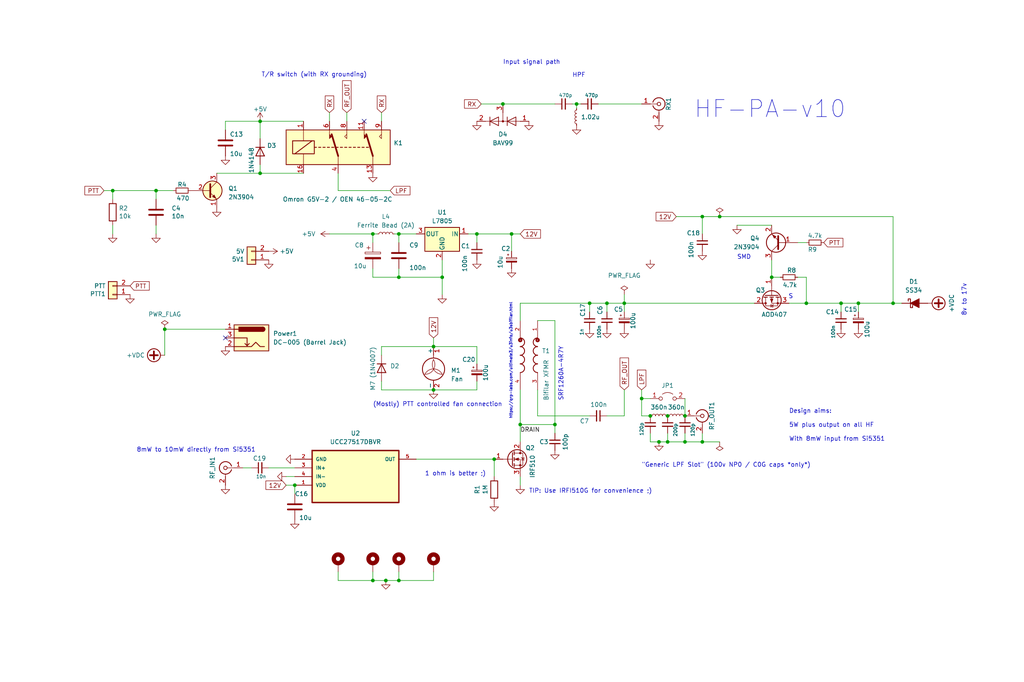
<source format=kicad_sch>
(kicad_sch (version 20230121) (generator eeschema)
  (paper "User" 299.999 200)
  (title_block (title "Easy-PA-With-TR-Switch") (date "2023-09-22") (rev "Revision 4") (company "Author: Dhiru Kholia (VU3CER)") (comment 1 "Designed for https://github.com/kholia/Easy-Digital-Beacons-v1 project") (comment 2 "Motivation: We need usable power on the 10m band!") (comment 3 "Based on designs from Henning Paul"))
  (lib_symbols
    (symbol "+VDC_1" (power) (pin_names (offset 0))
      (property "Value" "+VDC_1" (at 0 6.35 0))
      (symbol "+VDC_1_1_1"
        (pin power_in line (at 0 0 90) (length 0) hide (name "+VDC") (number "1"))
      )
    )
    (symbol "Connector:Barrel_Jack_Switch" (pin_names hide)
      (property "Reference" "J" (at 0 5.334 0))
      (property "Value" "Barrel_Jack_Switch" (at 0 -5.08 0))
      (symbol "Barrel_Jack_Switch_1_1"
        (pin passive line (at 7.62 2.54 180) (length 2.54) (name "~") (number "1"))
        (pin passive line (at 7.62 -2.54 180) (length 2.54) (name "~") (number "2"))
        (pin passive line (at 7.62 0 180) (length 2.54) (name "~") (number "3"))
      )
    )
    (symbol "Connector:Conn_Coaxial" (pin_names (offset 1.016) hide)
      (property "Reference" "J" (at 0.254 3.048 0))
      (property "Value" "Conn_Coaxial" (at 2.921 0 90))
      (symbol "Conn_Coaxial_1_1"
        (pin passive line (at -5.08 0 0) (length 2.54) (name "In") (number "1"))
        (pin passive line (at 0 -5.08 90) (length 2.54) (name "Ext") (number "2"))
      )
    )
    (symbol "Connector_Generic:Conn_01x02" (pin_names (offset 1.016) hide)
      (property "Reference" "J" (at 0 2.54 0))
      (property "Value" "Conn_01x02" (at 0 -5.08 0))
      (symbol "Conn_01x02_1_1"
        (pin passive line (at -5.08 0 0) (length 3.81) (name "Pin_1") (number "1"))
        (pin passive line (at -5.08 -2.54 0) (length 3.81) (name "Pin_2") (number "2"))
      )
    )
    (symbol "Device:C" (pin_numbers hide) (pin_names (offset 0.254))
      (property "Reference" "C" (at 0.635 2.54 0))
      (property "Value" "C" (at 0.635 -2.54 0))
      (symbol "C_1_1"
        (pin passive line (at 0 3.81 270) (length 2.794) (name "~") (number "1"))
        (pin passive line (at 0 -3.81 90) (length 2.794) (name "~") (number "2"))
      )
    )
    (symbol "Device:C_Polarized" (pin_numbers hide) (pin_names (offset 0.254))
      (property "Reference" "C" (at 0.635 2.54 0))
      (property "Value" "C_Polarized" (at 0.635 -2.54 0))
      (symbol "C_Polarized_1_1"
        (pin passive line (at 0 3.81 270) (length 2.794) (name "~") (number "1"))
        (pin passive line (at 0 -3.81 90) (length 2.794) (name "~") (number "2"))
      )
    )
    (symbol "Device:C_Polarized_Small" (pin_numbers hide) (pin_names (offset 0.254) hide)
      (property "Reference" "C" (at 0.254 1.778 0))
      (property "Value" "C_Polarized_Small" (at 0.254 -2.032 0))
      (symbol "C_Polarized_Small_1_1"
        (pin passive line (at 0 2.54 270) (length 1.8542) (name "~") (number "1"))
        (pin passive line (at 0 -2.54 90) (length 1.8542) (name "~") (number "2"))
      )
    )
    (symbol "Device:C_Small" (pin_numbers hide) (pin_names (offset 0.254) hide)
      (property "Reference" "C" (at 0.254 1.778 0))
      (property "Value" "C_Small" (at 0.254 -2.032 0))
      (symbol "C_Small_1_1"
        (pin passive line (at 0 2.54 270) (length 2.032) (name "~") (number "1"))
        (pin passive line (at 0 -2.54 90) (length 2.032) (name "~") (number "2"))
      )
    )
    (symbol "Device:L_Small" (pin_numbers hide) (pin_names (offset 0.254) hide)
      (property "Reference" "L" (at 0.762 1.016 0))
      (property "Value" "L_Small" (at 0.762 -1.016 0))
      (symbol "L_Small_1_1"
        (pin passive line (at 0 2.54 270) (length 0.508) (name "~") (number "1"))
        (pin passive line (at 0 -2.54 90) (length 0.508) (name "~") (number "2"))
      )
    )
    (symbol "Device:R" (pin_numbers hide) (pin_names (offset 0))
      (property "Reference" "R" (at 2.032 0 90))
      (property "Value" "R" (at 0 0 90))
      (symbol "R_1_1"
        (pin passive line (at 0 3.81 270) (length 1.27) (name "~") (number "1"))
        (pin passive line (at 0 -3.81 90) (length 1.27) (name "~") (number "2"))
      )
    )
    (symbol "Device:R_Small" (pin_numbers hide) (pin_names (offset 0.254) hide)
      (property "Reference" "R" (at 0.762 0.508 0))
      (property "Value" "R_Small" (at 0.762 -1.016 0))
      (symbol "R_Small_1_1"
        (pin passive line (at 0 2.54 270) (length 0.762) (name "~") (number "1"))
        (pin passive line (at 0 -2.54 90) (length 0.762) (name "~") (number "2"))
      )
    )
    (symbol "Diode:1N4007" (pin_numbers hide) (pin_names hide)
      (property "Reference" "D" (at 0 2.54 0))
      (property "Value" "1N4007" (at 0 -2.54 0))
      (symbol "1N4007_1_1"
        (pin passive line (at -3.81 0 0) (length 2.54) (name "K") (number "1"))
        (pin passive line (at 3.81 0 180) (length 2.54) (name "A") (number "2"))
      )
    )
    (symbol "Diode:1N4148" (pin_numbers hide) (pin_names hide)
      (property "Reference" "D" (at 0 2.54 0))
      (property "Value" "1N4148" (at 0 -2.54 0))
      (property "Sim.Device" "D" (at 0 0 0))
      (property "Sim.Pins" "1=K 2=A" (at 0 0 0))
      (symbol "1N4148_1_1"
        (pin passive line (at -3.81 0 0) (length 2.54) (name "K") (number "1"))
        (pin passive line (at 3.81 0 180) (length 2.54) (name "A") (number "2"))
      )
    )
    (symbol "Diode:BAV99" (pin_names hide)
      (property "Reference" "D" (at 0 5.08 0))
      (property "Value" "BAV99" (at 0 2.54 0))
      (symbol "BAV99_1_1"
        (pin passive line (at -7.62 0 0) (length 2.54) (name "K") (number "1"))
        (pin passive line (at 7.62 0 180) (length 2.54) (name "A") (number "2"))
        (pin passive line (at 0 -5.08 90) (length 2.54) (name "K") (number "3"))
      )
    )
    (symbol "Jumper:Jumper_2_Open" (pin_names (offset 0) hide)
      (property "Reference" "JP" (at 0 2.794 0))
      (property "Value" "Jumper_2_Open" (at 0 -2.286 0))
      (symbol "Jumper_2_Open_1_1"
        (pin passive line (at -5.08 0 0) (length 2.54) (name "A") (number "1"))
        (pin passive line (at 5.08 0 180) (length 2.54) (name "B") (number "2"))
      )
    )
    (symbol "Mechanical:MountingHole_Pad" (pin_numbers hide) (pin_names (offset 1.016) hide)
      (property "Reference" "H" (at 0 6.35 0))
      (property "Value" "MountingHole_Pad" (at 0 4.445 0))
      (symbol "MountingHole_Pad_1_1"
        (pin input line (at 0 -2.54 90) (length 2.54) (name "1") (number "1"))
      )
    )
    (symbol "Motor:Fan" (pin_names (offset 0))
      (property "Reference" "M" (at 2.54 5.08 0))
      (property "Value" "Fan" (at 2.54 -2.54 0))
      (symbol "Fan_1_1"
        (pin passive line (at 0 7.62 270) (length 2.54) (name "+") (number "1"))
        (pin passive line (at 0 -5.08 90) (length 2.54) (name "-") (number "2"))
      )
    )
    (symbol "PCM_Diode_Schottky_AKL:SS34" (pin_numbers hide) (pin_names (offset 1.016) hide)
      (property "Reference" "D" (at 0 5.08 0))
      (property "Value" "SS34" (at 0 2.54 0))
      (symbol "SS34_1_1"
        (pin passive line (at 3.81 0 180) (length 2.54) (name "K") (number "1"))
        (pin passive line (at -3.81 0 0) (length 2.54) (name "A") (number "2"))
      )
    )
    (symbol "PCM_Transistor_BJT_AKL:2N3904" (pin_names hide)
      (property "Reference" "Q" (at 5.08 1.27 0))
      (property "Value" "2N3904" (at 5.08 -1.27 0))
      (symbol "2N3904_1_1"
        (pin passive line (at 2.54 -5.08 90) (length 2.54) (name "E") (number "1"))
        (pin passive line (at -5.08 0 0) (length 5.715) (name "B") (number "2"))
        (pin passive line (at 2.54 5.08 270) (length 2.54) (name "C") (number "3"))
      )
    )
    (symbol "Regulator_Linear:L7805" (pin_names (offset 0.254))
      (property "Reference" "U" (at -3.81 3.175 0))
      (property "Value" "L7805" (at 0 3.175 0))
      (symbol "L7805_1_1"
        (pin power_in line (at -7.62 0 0) (length 2.54) (name "IN") (number "1"))
        (pin power_in line (at 0 -7.62 90) (length 2.54) (name "GND") (number "2"))
        (pin power_out line (at 7.62 0 180) (length 2.54) (name "OUT") (number "3"))
      )
    )
    (symbol "Relay:G5V-2"
      (property "Reference" "K" (at 16.51 3.81 0))
      (property "Value" "G5V-2" (at 16.51 1.27 0))
      (symbol "G5V-2_1_1"
        (pin passive line (at -10.16 7.62 270) (length 2.54) (name "~") (number "1"))
        (pin passive line (at 7.62 7.62 270) (length 2.54) (name "~") (number "11"))
        (pin passive line (at 10.16 -7.62 90) (length 2.54) (name "~") (number "13"))
        (pin passive line (at -10.16 -7.62 90) (length 2.54) (name "~") (number "16"))
        (pin passive line (at 0 -7.62 90) (length 2.54) (name "~") (number "4"))
        (pin passive line (at -2.54 7.62 270) (length 2.54) (name "~") (number "6"))
        (pin passive line (at 2.54 7.62 270) (length 2.54) (name "~") (number "8"))
        (pin passive line (at 12.7 7.62 270) (length 2.54) (name "~") (number "9"))
      )
    )
    (symbol "SRF1260A-4R7Y:SRF1260A-4R7Y" (pin_names (offset 1.016))
      (property "Reference" "L" (at -7.631 5.0873 0))
      (property "Value" "SRF1260A-4R7Y" (at -7.6349 -7.6349 0))
      (symbol "SRF1260A-4R7Y_0_0"
        (pin passive line (at -10.16 2.54 0) (length 5.08) (name "~") (number "1"))
        (pin passive line (at -10.16 -2.54 0) (length 5.08) (name "~") (number "2"))
        (pin passive line (at 10.16 2.54 180) (length 5.08) (name "~") (number "3"))
        (pin passive line (at 10.16 -2.54 180) (length 5.08) (name "~") (number "4"))
      )
    )
    (symbol "Transistor_BJT:MMBT3904" (pin_names (offset 0) hide)
      (property "Reference" "Q" (at 5.08 1.905 0))
      (property "Value" "MMBT3904" (at 5.08 0 0))
      (symbol "MMBT3904_1_1"
        (pin input line (at -5.08 0 0) (length 5.715) (name "B") (number "1"))
        (pin passive line (at 2.54 -5.08 90) (length 2.54) (name "E") (number "2"))
        (pin passive line (at 2.54 5.08 270) (length 2.54) (name "C") (number "3"))
      )
    )
    (symbol "Transistor_FET:IRF540N" (pin_names hide)
      (property "Reference" "Q" (at 6.35 1.905 0))
      (property "Value" "IRF540N" (at 6.35 0 0))
      (symbol "IRF540N_1_1"
        (pin input line (at -5.08 0 0) (length 2.54) (name "G") (number "1"))
        (pin passive line (at 2.54 5.08 270) (length 2.54) (name "D") (number "2"))
        (pin passive line (at 2.54 -5.08 90) (length 2.54) (name "S") (number "3"))
      )
    )
    (symbol "Transistor_FET:IRF9540N" (pin_names hide)
      (property "Reference" "Q" (at 5.08 1.905 0))
      (property "Value" "IRF9540N" (at 5.08 0 0))
      (symbol "IRF9540N_1_1"
        (pin input line (at -5.08 0 0) (length 2.54) (name "G") (number "1"))
        (pin passive line (at 2.54 5.08 270) (length 2.54) (name "D") (number "2"))
        (pin passive line (at 2.54 -5.08 90) (length 2.54) (name "S") (number "3"))
      )
    )
    (symbol "UCC27517DBVR:UCC27517DBVR" (pin_names (offset 1.016))
      (property "Reference" "U" (at -12.7 8.62 0))
      (property "Value" "UCC27517DBVR" (at -12.7 -11.62 0))
      (symbol "UCC27517DBVR_0_0"
        (pin input line (at -17.78 -2.54 0) (length 5.08) (name "VDD") (number "1"))
        (pin input line (at -17.78 5.08 0) (length 5.08) (name "GND") (number "2"))
        (pin input line (at -17.78 2.54 0) (length 5.08) (name "IN+") (number "3"))
        (pin input line (at -17.78 0 0) (length 5.08) (name "IN-") (number "4"))
        (pin output line (at 17.78 5.08 180) (length 5.08) (name "OUT") (number "5"))
      )
    )
    (symbol "power:+5V" (power) (pin_names (offset 0))
      (property "Value" "+5V" (at 0 3.556 0))
      (symbol "+5V_1_1"
        (pin power_in line (at 0 0 90) (length 0) hide (name "+5V") (number "1"))
      )
    )
    (symbol "power:+VDC" (power) (pin_names (offset 0))
      (property "Value" "+VDC" (at 0 6.35 0))
      (symbol "+VDC_1_1"
        (pin power_in line (at 0 0 90) (length 0) hide (name "+VDC") (number "1"))
      )
    )
    (symbol "power:GND" (power) (pin_names (offset 0))
      (property "Value" "GND" (at 0 -3.81 0))
      (symbol "GND_1_1"
        (pin power_in line (at 0 0 270) (length 0) hide (name "GND") (number "1"))
      )
    )
    (symbol "power:PWR_FLAG" (power) (pin_numbers hide) (pin_names (offset 0) hide)
      (property "Value" "PWR_FLAG" (at 0 3.81 0))
      (symbol "PWR_FLAG_0_0"
        (pin power_out line (at 0 0 90) (length 0) (name "pwr") (number "1"))
      )
    )
  )
  (junction (at 205.74 129.54))
  (junction (at 193.04 129.54))
  (junction (at 162.56 124.46))
  (junction (at 261.62 88.9))
  (junction (at 187.96 116.84))
  (junction (at 139.7 68.58))
  (junction (at 195.58 129.54))
  (junction (at 86.36 142.24))
  (junction (at 127 101.6))
  (junction (at 246.38 88.9))
  (junction (at 127 114.3))
  (junction (at 210.82 63.5))
  (junction (at 116.84 68.58))
  (junction (at 109.22 68.58))
  (junction (at 45.72 55.88))
  (junction (at 129.54 81.28))
  (junction (at 109.22 170.18))
  (junction (at 190.5 121.92))
  (junction (at 200.66 121.92))
  (junction (at 236.22 88.9))
  (junction (at 116.84 81.28))
  (junction (at 195.58 121.92))
  (junction (at 177.8 88.9))
  (junction (at 116.84 170.18))
  (junction (at 172.72 88.9))
  (junction (at 147.32 30.48))
  (junction (at 168.91 30.48))
  (junction (at 200.66 129.54))
  (junction (at 144.78 134.62))
  (junction (at 152.4 124.46))
  (junction (at 182.88 88.9))
  (junction (at 113.03 170.18))
  (junction (at 251.46 88.9))
  (junction (at 33.02 55.88))
  (junction (at 226.06 81.28))
  (junction (at 76.2 50.8))
  (junction (at 48.26 96.52))
  (junction (at 205.74 63.5))
  (junction (at 149.86 68.58))
  (junction (at 76.2 35.56))
  (no_connect (at 66.04 99.06))
  (no_connect (at 106.68 35.56))
  (wire (pts (xy 152.4 88.9) (xy 172.72 88.9)))
  (wire (pts (xy 66.04 35.56) (xy 66.04 38.1)))
  (wire (pts (xy 111.76 33.02) (xy 111.76 35.56)))
  (wire (pts (xy 246.38 88.9) (xy 251.46 88.9)))
  (wire (pts (xy 144.78 139.7) (xy 144.78 134.62)))
  (wire (pts (xy 127 170.18) (xy 127 167.64)))
  (wire (pts (xy 111.76 101.6) (xy 111.76 104.14)))
  (wire (pts (xy 116.84 68.58) (xy 116.84 71.12)))
  (wire (pts (xy 157.48 93.98) (xy 162.56 93.98)))
  (wire (pts (xy 45.72 55.88) (xy 45.72 58.42)))
  (wire (pts (xy 200.66 129.54) (xy 205.74 129.54)))
  (wire (pts (xy 139.7 101.6) (xy 139.7 106.68)))
  (wire (pts (xy 139.7 71.12) (xy 139.7 68.58)))
  (wire (pts (xy 127 101.6) (xy 139.7 101.6)))
  (wire (pts (xy 172.72 88.9) (xy 177.8 88.9)))
  (wire (pts (xy 200.66 127) (xy 200.66 129.54)))
  (wire (pts (xy 45.72 55.88) (xy 50.8 55.88)))
  (wire (pts (xy 157.48 114.3) (xy 157.48 121.92)))
  (wire (pts (xy 210.82 63.5) (xy 261.62 63.5)))
  (wire (pts (xy 177.8 88.9) (xy 177.8 91.44)))
  (wire (pts (xy 226.06 81.28) (xy 228.6 81.28)))
  (wire (pts (xy 109.22 81.28) (xy 116.84 81.28)))
  (wire (pts (xy 251.46 88.9) (xy 251.46 91.44)))
  (wire (pts (xy 48.26 96.52) (xy 48.26 104.14)))
  (wire (pts (xy 86.36 142.24) (xy 86.36 144.78)))
  (wire (pts (xy 111.76 114.3) (xy 127 114.3)))
  (wire (pts (xy 48.26 96.52) (xy 66.04 96.52)))
  (wire (pts (xy 83.82 139.7) (xy 86.36 139.7)))
  (wire (pts (xy 33.02 58.42) (xy 33.02 55.88)))
  (wire (pts (xy 45.72 66.04) (xy 45.72 68.58)))
  (wire (pts (xy 261.62 88.9) (xy 264.16 88.9)))
  (wire (pts (xy 152.4 93.98) (xy 152.4 88.9)))
  (wire (pts (xy 157.48 121.92) (xy 172.72 121.92)))
  (wire (pts (xy 233.68 71.12) (xy 236.22 71.12)))
  (wire (pts (xy 99.06 170.18) (xy 109.22 170.18)))
  (wire (pts (xy 162.56 93.98) (xy 162.56 124.46)))
  (wire (pts (xy 99.06 50.8) (xy 99.06 55.88)))
  (wire (pts (xy 152.4 124.46) (xy 152.4 129.54)))
  (wire (pts (xy 116.84 81.28) (xy 129.54 81.28)))
  (wire (pts (xy 76.2 35.56) (xy 88.9 35.56)))
  (wire (pts (xy 109.22 68.58) (xy 110.49 68.58)))
  (wire (pts (xy 152.4 142.24) (xy 152.4 139.7)))
  (wire (pts (xy 172.72 88.9) (xy 172.72 91.44)))
  (wire (pts (xy 109.22 167.64) (xy 109.22 170.18)))
  (wire (pts (xy 147.32 30.48) (xy 162.56 30.48)))
  (wire (pts (xy 187.96 116.84) (xy 190.5 116.84)))
  (wire (pts (xy 127 99.06) (xy 127 101.6)))
  (wire (pts (xy 193.04 129.54) (xy 195.58 129.54)))
  (wire (pts (xy 182.88 88.9) (xy 220.98 88.9)))
  (wire (pts (xy 99.06 55.88) (xy 114.3 55.88)))
  (wire (pts (xy 205.74 68.58) (xy 205.74 63.5)))
  (wire (pts (xy 127 114.3) (xy 139.7 114.3)))
  (wire (pts (xy 96.52 68.58) (xy 109.22 68.58)))
  (wire (pts (xy 111.76 111.76) (xy 111.76 114.3)))
  (wire (pts (xy 195.58 127) (xy 195.58 129.54)))
  (wire (pts (xy 33.02 55.88) (xy 45.72 55.88)))
  (wire (pts (xy 109.22 71.12) (xy 109.22 68.58)))
  (wire (pts (xy 149.86 68.58) (xy 152.4 68.58)))
  (wire (pts (xy 109.22 81.28) (xy 109.22 78.74)))
  (wire (pts (xy 182.88 88.9) (xy 182.88 91.44)))
  (wire (pts (xy 236.22 88.9) (xy 246.38 88.9)))
  (wire (pts (xy 187.96 116.84) (xy 187.96 121.92)))
  (wire (pts (xy 226.06 76.2) (xy 226.06 81.28)))
  (wire (pts (xy 99.06 167.64) (xy 99.06 170.18)))
  (wire (pts (xy 187.96 121.92) (xy 190.5 121.92)))
  (wire (pts (xy 168.91 30.48) (xy 170.18 30.48)))
  (wire (pts (xy 116.84 68.58) (xy 121.92 68.58)))
  (wire (pts (xy 116.84 78.74) (xy 116.84 81.28)))
  (wire (pts (xy 71.12 137.16) (xy 73.66 137.16)))
  (wire (pts (xy 205.74 129.54) (xy 205.74 127)))
  (wire (pts (xy 121.92 134.62) (xy 144.78 134.62)))
  (wire (pts (xy 152.4 124.46) (xy 162.56 124.46)))
  (wire (pts (xy 111.76 101.6) (xy 127 101.6)))
  (wire (pts (xy 177.8 88.9) (xy 182.88 88.9)))
  (wire (pts (xy 129.54 86.36) (xy 129.54 81.28)))
  (wire (pts (xy 195.58 129.54) (xy 200.66 129.54)))
  (wire (pts (xy 83.82 142.24) (xy 86.36 142.24)))
  (wire (pts (xy 231.14 88.9) (xy 236.22 88.9)))
  (wire (pts (xy 113.03 170.18) (xy 116.84 170.18)))
  (wire (pts (xy 116.84 170.18) (xy 127 170.18)))
  (wire (pts (xy 205.74 63.5) (xy 210.82 63.5)))
  (wire (pts (xy 149.86 68.58) (xy 149.86 73.66)))
  (wire (pts (xy 30.48 55.88) (xy 33.02 55.88)))
  (wire (pts (xy 261.62 63.5) (xy 261.62 88.9)))
  (wire (pts (xy 187.96 114.3) (xy 187.96 116.84)))
  (wire (pts (xy 198.12 63.5) (xy 205.74 63.5)))
  (wire (pts (xy 139.7 68.58) (xy 149.86 68.58)))
  (wire (pts (xy 162.56 124.46) (xy 162.56 127)))
  (wire (pts (xy 251.46 88.9) (xy 261.62 88.9)))
  (wire (pts (xy 101.6 33.02) (xy 101.6 35.56)))
  (wire (pts (xy 78.74 137.16) (xy 86.36 137.16)))
  (wire (pts (xy 236.22 81.28) (xy 236.22 88.9)))
  (wire (pts (xy 205.74 129.54) (xy 210.82 129.54)))
  (wire (pts (xy 33.02 66.04) (xy 33.02 68.58)))
  (wire (pts (xy 76.2 35.56) (xy 76.2 40.64)))
  (wire (pts (xy 115.57 68.58) (xy 116.84 68.58)))
  (wire (pts (xy 182.88 114.3) (xy 182.88 121.92)))
  (wire (pts (xy 175.26 30.48) (xy 187.96 30.48)))
  (wire (pts (xy 190.5 129.54) (xy 193.04 129.54)))
  (wire (pts (xy 168.91 31.75) (xy 168.91 30.48)))
  (wire (pts (xy 109.22 170.18) (xy 113.03 170.18)))
  (wire (pts (xy 96.52 33.02) (xy 96.52 35.56)))
  (wire (pts (xy 76.2 50.8) (xy 76.2 48.26)))
  (wire (pts (xy 76.2 50.8) (xy 88.9 50.8)))
  (wire (pts (xy 139.7 114.3) (xy 139.7 111.76)))
  (wire (pts (xy 63.5 50.8) (xy 76.2 50.8)))
  (wire (pts (xy 215.9 66.04) (xy 226.06 66.04)))
  (wire (pts (xy 140.97 30.48) (xy 147.32 30.48)))
  (wire (pts (xy 182.88 86.36) (xy 182.88 88.9)))
  (wire (pts (xy 152.4 114.3) (xy 152.4 124.46)))
  (wire (pts (xy 177.8 121.92) (xy 182.88 121.92)))
  (wire (pts (xy 190.5 127) (xy 190.5 129.54)))
  (wire (pts (xy 129.54 76.2) (xy 129.54 81.28)))
  (wire (pts (xy 233.68 81.28) (xy 236.22 81.28)))
  (wire (pts (xy 76.2 35.56) (xy 66.04 35.56)))
  (wire (pts (xy 246.38 88.9) (xy 246.38 91.44)))
  (wire (pts (xy 200.66 121.92) (xy 200.66 116.84)))
  (wire (pts (xy 167.64 30.48) (xy 168.91 30.48)))
  (wire (pts (xy 137.16 68.58) (xy 139.7 68.58)))
  (wire (pts (xy 116.84 167.64) (xy 116.84 170.18)))
  (text "T/R switch (with RX grounding)" (at 76.5556 22.733 0) (effects (font (size 1.27 1.27)) (justify left bottom)))
  (text "(Mostly) PTT controlled fan connection" (at 109.22 119.38 0) (effects (font (size 1.27 1.27)) (justify left bottom)))
  (text "8mW to 10mW directly from Si5351" (at 74.93 132.715 0) (effects (font (size 1.27 1.27)) (justify right bottom)))
  (text "SMD" (at 215.9 76.2 0) (effects (font (size 1.27 1.27)) (justify left bottom)))
  (text "HF-PA-v10" (at 203.2 35.052 0) (effects (font (size 5 5)) (justify left bottom)))
  (text "Design aims:\n\n5W plus output on all HF\n\nWith 8mW input from Si5351" (at 231.14 129.54 0) (effects (font (size 1.27 1.27)) (justify left bottom)))
  (text "1 ohm is better ;)" (at 124.46 139.7 0) (effects (font (size 1.27 1.27)) (justify left bottom)))
  (text "SRF1260A-4R7Y" (at 165.1 117.602 90) (effects (font (size 1.27 1.27)) (justify left bottom)))
  (text "\"Generic LPF Slot\" (100v NP0 / C0G caps *only*)" (at 187.96 137.16 0) (effects (font (size 1.27 1.27)) (justify left bottom)))
  (text "https://qrp-labs.com/ultimate3/u3info/u3sbifilar.html" (at 150.114 122.936 90) (effects (font (size 0.8 0.8)) (justify left bottom)))
  (text "8v to 17v" (at 283.21 92.71 90) (effects (font (size 1.27 1.27)) (justify left bottom)))
  (text "Input signal path" (at 147.32 19.05 0) (effects (font (size 1.27 1.27)) (justify left bottom)))
  (text "HPF" (at 167.64 22.86 0) (effects (font (size 1.27 1.27)) (justify left bottom)))
  (text "TIP: Use IRFI510G for convenience ;)" (at 154.94 144.78 0) (effects (font (size 1.27 1.27)) (justify left bottom)))
  (text "S" (at 230.9622 87.7316 0) (effects (font (size 1.27 1.27)) (justify left bottom)))
  (label "DRAIN" (at 152.4 127 0))
  (global_label "12V" (shape input) (at 152.4 68.58 0) (property "Intersheetrefs" "${INTERSHEET_REFS}" (effects hide)))
  (global_label "RF_OUT" (shape input) (at 101.6 33.02 90) (property "Intersheetrefs" "${INTERSHEET_REFS}" (effects hide)))
  (global_label "RF_OUT" (shape input) (at 182.88 114.3 90) (property "Intersheetrefs" "${INTERSHEET_REFS}" (effects hide)))
  (global_label "PTT" (shape input) (at 38.1 83.82 0) (property "Intersheetrefs" "${INTERSHEET_REFS}" (effects hide)))
  (global_label "LPF" (shape input) (at 114.3 55.88 0) (property "Intersheetrefs" "${INTERSHEET_REFS}" (effects hide)))
  (global_label "RX" (shape input) (at 140.97 30.48 180) (property "Intersheetrefs" "${INTERSHEET_REFS}" (effects hide)))
  (global_label "12V" (shape input) (at 198.12 63.5 180) (property "Intersheetrefs" "${INTERSHEET_REFS}" (effects hide)))
  (global_label "PTT" (shape input) (at 30.48 55.88 180) (property "Intersheetrefs" "${INTERSHEET_REFS}" (effects hide)))
  (global_label "12V" (shape input) (at 83.82 142.24 180) (property "Intersheetrefs" "${INTERSHEET_REFS}" (effects hide)))
  (global_label "RX" (shape input) (at 96.52 33.02 90) (property "Intersheetrefs" "${INTERSHEET_REFS}" (effects hide)))
  (global_label "RX" (shape input) (at 111.76 33.02 90) (property "Intersheetrefs" "${INTERSHEET_REFS}" (effects hide)))
  (global_label "12V" (shape input) (at 127 99.06 90) (property "Intersheetrefs" "${INTERSHEET_REFS}" (effects hide)))
  (global_label "LPF" (shape input) (at 187.96 114.3 90) (property "Intersheetrefs" "${INTERSHEET_REFS}" (effects hide)))
  (global_label "PTT" (shape input) (at 241.3 71.12 0) (property "Intersheetrefs" "${INTERSHEET_REFS}" (effects hide)))
  (symbol (lib_id "Device:C_Polarized_Small") (at 182.88 93.98 0) (unit 1)
    (property "Reference" "C5" (at 179.832 90.678 0) (effects (justify left)))
    (property "Value" "100u" (at 185.42 96.52 90) (effects (justify left)))
    (property "Footprint" "Capacitor_THT:CP_Radial_D5.0mm_P2.50mm" (effects hide))
  )
  (symbol (lib_id "Device:C_Small") (at 175.26 121.92 270) (unit 1)
    (property "Reference" "C7" (at 171.196 123.444 90))
    (property "Value" "100n" (at 175.387 118.618 90))
    (property "Footprint" "Capacitor_SMD:C_1206_3216Metric_Pad1.33x1.80mm_HandSolder" (effects hide))
  )
  (symbol (lib_id "power:+VDC") (at 48.26 104.14 90) (unit 1)
    (property "Reference" "#PWR0110" (effects hide))
    (property "Value" "+VDC" (at 42.4434 104.14 90) (effects (justify left)))
  )
  (symbol (lib_id "power:PWR_FLAG") (at 48.26 96.52 0) (unit 1)
    (property "Reference" "#FLG0103" (effects hide))
    (property "Value" "PWR_FLAG" (at 48.26 92.1258 0))
  )
  (symbol (lib_id "power:GND") (at 66.04 142.24 0) (unit 1)
    (property "Reference" "#PWR0106" (effects hide))
    (property "Value" "GND" (effects hide))
  )
  (symbol (lib_id "Device:C_Small") (at 177.8 93.98 0) (unit 1)
    (property "Reference" "C6" (at 175.768 90.932 90))
    (property "Value" "100n" (at 175.514 97.282 90) (effects (font (size 0.9906 0.9906))))
    (property "Footprint" "Capacitor_SMD:C_1206_3216Metric_Pad1.33x1.80mm_HandSolder" (effects hide))
  )
  (symbol (lib_id "power:GND") (at 33.02 68.58 0) (unit 1)
    (property "Reference" "#PWR018" (effects hide))
    (property "Value" "GNDPWR" (effects hide))
  )
  (symbol (lib_id "power:PWR_FLAG") (at 182.88 86.36 0) (unit 1)
    (property "Reference" "#FLG01" (effects hide))
    (property "Value" "PWR_FLAG" (at 182.88 80.772 0))
  )
  (symbol (lib_id "Device:C_Polarized_Small") (at 139.7 109.22 0) (unit 1)
    (property "Reference" "C20" (at 135.382 105.41 0) (effects (justify left)))
    (property "Value" "100u" (at 142.24 111.76 90) (effects (justify left)))
    (property "Footprint" "Capacitor_THT:CP_Radial_D5.0mm_P2.50mm" (effects hide))
  )
  (symbol (lib_id "Device:C_Polarized") (at 109.22 74.93 0) (unit 1)
    (property "Reference" "C8" (at 103.886 71.882 0) (effects (justify left)))
    (property "Value" "10u" (at 103.632 77.978 0) (effects (justify left)))
    (property "Footprint" "Capacitor_SMD:C_1206_3216Metric_Pad1.33x1.80mm_HandSolder" (effects hide))
  )
  (symbol (lib_id "Device:L_Small") (at 198.12 121.92 90) (unit 1)
    (property "Reference" "L2" (effects hide))
    (property "Value" "360n" (at 198.12 119.38 90))
    (property "Footprint" "Inductor_THT:L_Toroid_Vertical_L10.0mm_W5.0mm_P5.08mm" (effects hide))
  )
  (symbol (lib_name "+VDC_1") (lib_id "power:+VDC") (at 271.78 88.9 270) (unit 1)
    (property "Reference" "#PWR014" (effects hide))
    (property "Value" "+VDC" (at 278.765 88.9 0))
  )
  (symbol (lib_id "power:GND") (at 83.82 139.7 270) (unit 1)
    (property "Reference" "#PWR04" (effects hide))
    (property "Value" "GND" (effects hide))
  )
  (symbol (lib_id "power:GND") (at 63.5 60.96 0) (unit 1)
    (property "Reference" "#PWR023" (effects hide))
    (property "Value" "GND" (effects hide))
  )
  (symbol (lib_id "Device:C") (at 66.04 41.91 0) (unit 1)
    (property "Reference" "C13" (at 67.31 39.37 0) (effects (justify left)))
    (property "Value" "10u" (at 67.31 45.085 0) (effects (justify left)))
    (property "Footprint" "Capacitor_SMD:C_1206_3216Metric_Pad1.33x1.80mm_HandSolder" (effects hide))
  )
  (symbol (lib_id "power:GND") (at 205.74 73.66 0) (unit 1)
    (property "Reference" "#PWR029" (effects hide))
    (property "Value" "GND" (effects hide))
  )
  (symbol (lib_id "power:GND") (at 45.72 68.58 0) (unit 1)
    (property "Reference" "#PWR022" (effects hide))
    (property "Value" "GNDPWR" (effects hide))
  )
  (symbol (lib_id "Device:C_Polarized_Small") (at 251.46 93.98 0) (unit 1)
    (property "Reference" "C15" (at 247.269 90.678 0) (effects (justify left)))
    (property "Value" "100u" (at 254 99.06 90) (effects (justify left)))
    (property "Footprint" "Capacitor_THT:CP_Radial_D5.0mm_P2.50mm" (effects hide))
  )
  (symbol (lib_id "Connector:Conn_Coaxial") (at 66.04 137.16 0) (mirror y) (unit 1)
    (property "Reference" "RF_IN1" (at 62.23 137.16 90))
    (property "Value" "SMA" (effects hide))
    (property "Footprint" "Connector_Coaxial:SMA_Samtec_SMA-J-P-X-ST-EM1_EdgeMount" (effects hide))
    (property "Datasheet" " ~" (effects hide))
  )
  (symbol (lib_id "Device:C_Small") (at 246.38 93.98 0) (unit 1)
    (property "Reference" "C14" (at 243.84 91.44 0))
    (property "Value" "100n" (at 244.094 97.282 90) (effects (font (size 0.9906 0.9906))))
    (property "Footprint" "Capacitor_SMD:C_1206_3216Metric_Pad1.33x1.80mm_HandSolder" (effects hide))
  )
  (symbol (lib_id "power:+5V") (at 76.2 35.56 0) (unit 1)
    (property "Reference" "#PWR024" (effects hide))
    (property "Value" "+5V" (at 76.2 32.004 0))
  )
  (symbol (lib_id "Device:R") (at 144.78 143.51 0) (unit 1)
    (property "Reference" "R1" (at 139.8016 143.51 90))
    (property "Value" "1M" (at 142.113 143.51 90))
    (property "Footprint" "Resistor_SMD:R_1206_3216Metric_Pad1.30x1.75mm_HandSolder" (effects hide))
  )
  (symbol (lib_id "Diode:1N4148") (at 76.2 44.45 270) (unit 1)
    (property "Reference" "D3" (at 78.232 42.672 90) (effects (justify left)))
    (property "Value" "1N4148" (at 73.66 43.18 0) (effects (justify left)))
    (property "Footprint" "Diode_THT:D_DO-35_SOD27_P2.54mm_Vertical_KathodeUp" (effects hide))
    (property "Datasheet" "https://assets.nexperia.com/documents/data-sheet/1N4148_1N4448.pdf" (effects hide))
  )
  (symbol (lib_id "power:GND") (at 168.91 36.83 0) (mirror y) (unit 1)
    (property "Reference" "#PWR033" (effects hide))
    (property "Value" "GND" (effects hide))
  )
  (symbol (lib_id "power:GND") (at 127 114.3 0) (mirror y) (unit 1)
    (property "Reference" "#PWR031" (effects hide))
    (property "Value" "GND" (effects hide))
  )
  (symbol (lib_id "PCM_Diode_Schottky_AKL:SS34") (at 267.97 88.9 180) (unit 1)
    (property "Reference" "D1" (at 267.6525 82.55 0))
    (property "Value" "SS34" (at 267.6525 85.09 0))
    (property "Footprint" "Diode_SMD:D_SMA_Handsoldering" (effects hide))
    (property "Datasheet" "https://www.tme.eu/Document/4534c3d1273464918563ce78bdeb2ece/SS34-E3-57T.pdf" (effects hide))
  )
  (symbol (lib_id "power:GND") (at 193.04 35.56 0) (unit 1)
    (property "Reference" "#PWR032" (effects hide))
    (property "Value" "GNDPWR" (effects hide))
  )
  (symbol (lib_id "Regulator_Linear:L7805") (at 129.54 68.58 0) (mirror y) (unit 1)
    (property "Reference" "U1" (at 129.54 62.23 0))
    (property "Value" "L7805" (at 129.54 64.77 0))
    (property "Footprint" "Package_TO_SOT_SMD:TO-263-2" (effects hide))
    (property "Datasheet" "http://www.st.com/content/ccc/resource/technical/document/datasheet/41/4f/b3/b0/12/d4/47/88/CD00000444.pdf/files/CD00000444.pdf/jcr:content/translations/en.CD00000444.pdf" (effects hide))
  )
  (symbol (lib_id "power:GND") (at 182.88 96.52 0) (unit 1)
    (property "Reference" "#PWR0103" (effects hide))
    (property "Value" "GND" (effects hide))
  )
  (symbol (lib_id "Device:C_Small") (at 195.58 124.46 0) (unit 1)
    (property "Reference" "C11" (effects hide))
    (property "Value" "200p" (at 197.866 128.016 90) (effects (font (size 1 1)) (justify left)))
    (property "Footprint" "Capacitor_SMD:C_1206_3216Metric_Pad1.33x1.80mm_HandSolder" (effects hide))
  )
  (symbol (lib_id "power:GND") (at 66.04 45.72 0) (unit 1)
    (property "Reference" "#PWR010" (effects hide))
    (property "Value" "GNDPWR" (effects hide))
  )
  (symbol (lib_id "Device:C_Small") (at 76.2 137.16 90) (unit 1)
    (property "Reference" "C19" (at 77.978 134.366 90) (effects (justify left)))
    (property "Value" "10n" (at 77.978 139.7 90) (effects (font (size 1 1)) (justify left)))
    (property "Footprint" "Capacitor_SMD:C_1206_3216Metric_Pad1.33x1.80mm_HandSolder" (effects hide))
  )
  (symbol (lib_id "power:PWR_FLAG") (at 210.82 129.54 180) (unit 1)
    (property "Reference" "#FLG02" (effects hide))
    (property "Value" "PWR_FLAG" (effects hide))
  )
  (symbol (lib_id "power:GND") (at 149.86 78.74 0) (unit 1)
    (property "Reference" "#PWR08" (effects hide))
    (property "Value" "GND" (effects hide))
  )
  (symbol (lib_id "Device:C") (at 86.36 148.59 0) (unit 1)
    (property "Reference" "C16" (at 86.36 144.78 0) (effects (justify left)))
    (property "Value" "10u" (at 87.63 151.765 0) (effects (justify left)))
    (property "Footprint" "Capacitor_SMD:C_1206_3216Metric_Pad1.33x1.80mm_HandSolder" (effects hide))
  )
  (symbol (lib_id "power:GND") (at 162.56 132.08 0) (mirror y) (unit 1)
    (property "Reference" "#PWR015" (effects hide))
    (property "Value" "GND" (effects hide))
  )
  (symbol (lib_id "power:GND") (at 66.04 101.6 0) (unit 1)
    (property "Reference" "#PWR019" (effects hide))
    (property "Value" "GNDPWR" (effects hide))
  )
  (symbol (lib_id "Connector:Conn_Coaxial") (at 205.74 121.92 0) (unit 1)
    (property "Reference" "RF_OUT1" (at 208.534 121.92 90))
    (property "Value" "SMA" (effects hide))
    (property "Footprint" "Connector_Coaxial:SMA_Samtec_SMA-J-P-X-ST-EM1_EdgeMount" (effects hide))
    (property "Datasheet" " ~" (effects hide))
  )
  (symbol (lib_id "power:GND") (at 78.74 76.2 0) (unit 1)
    (property "Reference" "#PWR020" (effects hide))
    (property "Value" "GND" (effects hide))
  )
  (symbol (lib_id "Diode:1N4007") (at 111.76 107.95 270) (unit 1)
    (property "Reference" "D2" (at 114.3 107.315 90) (effects (justify left)))
    (property "Value" "M7 (1N4007)" (at 109.22 101.6 0) (effects (justify left)))
    (property "Footprint" "Diode_SMD:D_SMA_Handsoldering" (effects hide))
    (property "Datasheet" "http://www.vishay.com/docs/88503/1n4001.pdf" (effects hide))
  )
  (symbol (lib_id "Device:L_Small") (at 168.91 34.29 180) (unit 1)
    (property "Reference" "L3" (effects hide))
    (property "Value" "1.02u" (at 170.18 34.29 0) (effects (justify right)))
    (property "Footprint" "footprints:T37-2" (effects hide))
  )
  (symbol (lib_id "power:GND") (at 190.5 76.2 0) (unit 1)
    (property "Reference" "#PWR017" (effects hide))
    (property "Value" "GND" (effects hide))
  )
  (symbol (lib_id "Device:R_Small") (at 238.76 71.12 90) (unit 1)
    (property "Reference" "R9" (at 237.998 73.152 90))
    (property "Value" "4.7k" (at 238.76 69.088 90))
    (property "Footprint" "Resistor_SMD:R_1206_3216Metric_Pad1.30x1.75mm_HandSolder" (effects hide))
  )
  (symbol (lib_id "Diode:BAV99") (at 147.32 35.56 180) (unit 1)
    (property "Reference" "D4" (at 147.32 39.37 0))
    (property "Value" "BAV99" (at 147.32 41.91 0))
    (property "Footprint" "Package_TO_SOT_SMD:SOT-23" (effects hide))
    (property "Datasheet" "https://assets.nexperia.com/documents/data-sheet/BAV99_SER.pdf" (effects hide))
  )
  (symbol (lib_id "Device:C_Small") (at 190.5 124.46 0) (unit 1)
    (property "Reference" "C10" (effects hide))
    (property "Value" "120p" (at 187.96 127.762 90) (effects (font (size 1 1)) (justify left)))
    (property "Footprint" "Capacitor_SMD:C_1206_3216Metric_Pad1.33x1.80mm_HandSolder" (effects hide))
  )
  (symbol (lib_id "Connector:Conn_Coaxial") (at 193.04 30.48 0) (unit 1)
    (property "Reference" "RX1" (at 195.834 30.48 90))
    (property "Value" "SMA" (effects hide))
    (property "Footprint" "Connector_Coaxial:SMA_Samtec_SMA-J-P-X-ST-EM1_EdgeMount" (effects hide))
    (property "Datasheet" " ~" (effects hide))
  )
  (symbol (lib_id "power:GND") (at 193.04 129.54 0) (mirror y) (unit 1)
    (property "Reference" "#PWR016" (effects hide))
    (property "Value" "GND" (effects hide))
  )
  (symbol (lib_id "Device:C_Small") (at 205.74 71.12 0) (unit 1)
    (property "Reference" "C18" (at 201.168 68.326 0) (effects (justify left)))
    (property "Value" "100n" (at 202.438 75.692 90) (effects (justify left)))
    (property "Footprint" "Capacitor_SMD:C_1206_3216Metric_Pad1.33x1.80mm_HandSolder" (effects hide))
  )
  (symbol (lib_id "Mechanical:MountingHole_Pad") (at 116.84 165.1 0) (unit 1)
    (property "Reference" "H3" (effects hide))
    (property "Value" "MountingHole_Pad" (effects hide))
    (property "Footprint" "MountingHole:MountingHole_3.2mm_M3_Pad_Via" (effects hide))
  )
  (symbol (lib_id "power:GND") (at 251.46 96.52 0) (unit 1)
    (property "Reference" "#PWR013" (effects hide))
    (property "Value" "GND" (effects hide))
  )
  (symbol (lib_id "Transistor_BJT:MMBT3904") (at 228.6 71.12 180) (unit 1)
    (property "Reference" "Q4" (at 222.504 69.8499 0) (effects (justify left)))
    (property "Value" "2N3904" (at 222.504 72.3899 0) (effects (justify left)))
    (property "Footprint" "Package_TO_SOT_SMD:SOT-23_Handsoldering" (effects hide))
    (property "Datasheet" "https://www.onsemi.com/pdf/datasheet/pzt3904-d.pdf" (effects hide))
  )
  (symbol (lib_id "Device:C_Small") (at 165.1 30.48 90) (unit 1)
    (property "Reference" "C21" (effects hide))
    (property "Value" "470p" (at 167.64 27.94 90) (effects (font (size 1 1)) (justify left)))
    (property "Footprint" "Capacitor_SMD:C_1206_3216Metric_Pad1.33x1.80mm_HandSolder" (effects hide))
  )
  (symbol (lib_id "PCM_Transistor_BJT_AKL:2N3904") (at 60.96 55.88 0) (unit 1)
    (property "Reference" "Q1" (at 66.8782 55.245 0) (effects (justify left)))
    (property "Value" "2N3904" (at 66.8782 57.785 0) (effects (justify left)))
    (property "Footprint" "Package_TO_SOT_THT:TO-92_HandSolder" (effects hide))
    (property "Datasheet" "https://www.tme.eu/Document/12bff749841e3a356e683e9a8e7e4119/2N3904BU-DTE.pdf" (effects hide))
  )
  (symbol (lib_id "Device:C_Small") (at 162.56 129.54 0) (unit 1)
    (property "Reference" "C3" (at 157.988 129.54 0) (effects (justify left)))
    (property "Value" "100p" (at 165.608 132.08 90) (effects (justify left)))
    (property "Footprint" "Capacitor_SMD:C_1206_3216Metric_Pad1.33x1.80mm_HandSolder" (effects hide))
    (property "Sim.Device" "SPICE" (effects hide))
    (property "Sim.Params" "type=\"\" model=\"100n\" lib=\"\"" (effects hide))
    (property "Sim.Pins" "1=1 2=2" (effects hide))
  )
  (symbol (lib_id "power:GND") (at 109.22 50.8 0) (unit 1)
    (property "Reference" "#PWR025" (effects hide))
    (property "Value" "GND" (effects hide))
  )
  (symbol (lib_id "Connector_Generic:Conn_01x02") (at 33.02 86.36 180) (unit 1)
    (property "Reference" "PTT1" (at 30.988 86.1568 0) (effects (justify left)))
    (property "Value" "PTT" (at 30.988 83.8454 0) (effects (justify left)))
    (property "Footprint" "Connector_PinHeader_2.54mm:PinHeader_1x02_P2.54mm_Vertical" (effects hide))
  )
  (symbol (lib_id "Device:L_Small") (at 113.03 68.58 90) (unit 1)
    (property "Reference" "L4" (at 113.03 63.5 90))
    (property "Value" "Ferrite Bead (2A)" (at 113.03 66.04 90))
    (property "Footprint" "Inductor_SMD:L_0805_2012Metric_Pad1.05x1.20mm_HandSolder" (effects hide))
  )
  (symbol (lib_id "Device:C_Small") (at 172.72 93.98 0) (unit 1)
    (property "Reference" "C17" (at 170.688 90.932 90))
    (property "Value" "1n" (at 170.434 97.282 90) (effects (font (size 0.9906 0.9906))))
    (property "Footprint" "Capacitor_SMD:C_1206_3216Metric_Pad1.33x1.80mm_HandSolder" (effects hide))
  )
  (symbol (lib_id "Device:C_Small") (at 172.72 30.48 90) (unit 1)
    (property "Reference" "C22" (effects hide))
    (property "Value" "470p" (at 175.26 27.94 90) (effects (font (size 1 1)) (justify left)))
    (property "Footprint" "Capacitor_SMD:C_1206_3216Metric_Pad1.33x1.80mm_HandSolder" (effects hide))
  )
  (symbol (lib_id "Mechanical:MountingHole_Pad") (at 109.22 165.1 0) (unit 1)
    (property "Reference" "H2" (effects hide))
    (property "Value" "MountingHole_Pad" (effects hide))
    (property "Footprint" "MountingHole:MountingHole_3.2mm_M3_Pad_Via" (effects hide))
  )
  (symbol (lib_id "SRF1260A-4R7Y:SRF1260A-4R7Y") (at 154.94 104.14 270) (unit 1)
    (property "Reference" "T1" (at 158.75 102.87 90) (effects (justify left)))
    (property "Value" "Bifilar XFMR" (at 160.02 105.41 0) (effects (justify left)))
    (property "Footprint" "footprints:IND_SRF1260A-4R7Y-Longer-Pads" (effects hide))
    (property "MF" "Bourns" (effects hide))
    (property "MOUSER-PURCHASE-URL" "https://snapeda.com/shop?store=Mouser&id=1533338" (effects hide))
    (property "DESCRIPTION" "Shielded 2 Coil Inductor Array 27.2µH Inductance - Connected in Series 6.8µH Inductance - Connected in Parallel 18.6mOhm Max DC Resistance (DCR) - Parallel 6.64A Nonstandard" (effects hide))
    (property "PACKAGE" "Nonstandard Bourns" (effects hide))
    (property "PRICE" "None" (effects hide))
    (property "MP" "SRF1260A-6R8Y" (effects hide))
    (property "AVAILABILITY" "Warning" (effects hide))
  )
  (symbol (lib_id "Jumper:Jumper_2_Open") (at 195.58 116.84 0) (unit 1)
    (property "Reference" "JP1" (at 195.58 113.03 0))
    (property "Value" "Jumper_2_Open" (effects hide))
    (property "Footprint" "Jumper:SolderJumper-2_P1.3mm_Open_TrianglePad1.0x1.5mm" (effects hide))
  )
  (symbol (lib_id "power:GND") (at 86.36 134.62 270) (unit 1)
    (property "Reference" "#PWR02" (effects hide))
    (property "Value" "GND" (effects hide))
  )
  (symbol (lib_id "power:GND") (at 129.54 86.36 0) (unit 1)
    (property "Reference" "#PWR07" (effects hide))
    (property "Value" "GND" (effects hide))
  )
  (symbol (lib_id "power:GND") (at 139.7 76.2 0) (unit 1)
    (property "Reference" "#PWR05" (effects hide))
    (property "Value" "GND" (effects hide))
  )
  (symbol (lib_id "power:GND") (at 113.03 170.18 0) (unit 1)
    (property "Reference" "#PWR01" (effects hide))
    (property "Value" "GNDPWR" (effects hide))
  )
  (symbol (lib_id "Device:C") (at 45.72 62.23 0) (unit 1)
    (property "Reference" "C4" (at 50.2412 61.0616 0) (effects (justify left)))
    (property "Value" "10n" (at 50.2412 63.373 0) (effects (justify left)))
    (property "Footprint" "Capacitor_SMD:C_1206_3216Metric_Pad1.33x1.80mm_HandSolder" (effects hide))
  )
  (symbol (lib_id "Relay:G5V-2") (at 99.06 43.18 0) (unit 1)
    (property "Reference" "K1" (at 115.316 41.9099 0) (effects (justify left)))
    (property "Value" "Omron G5V-2 / OEN 46-05-2C" (at 82.804 58.42 0) (effects (justify left)))
    (property "Footprint" "Relay_THT:Relay_DPDT_Omron_G5V-2" (effects hide))
    (property "Datasheet" "http://omronfs.omron.com/en_US/ecb/products/pdf/en-g5v_2.pdf" (effects hide))
  )
  (symbol (lib_id "power:PWR_FLAG") (at 210.82 63.5 0) (unit 1)
    (property "Reference" "#FLG03" (effects hide))
    (property "Value" "PWR_FLAG" (effects hide))
  )
  (symbol (lib_id "Transistor_FET:IRF9540N") (at 226.06 86.36 90) (mirror x) (unit 1)
    (property "Reference" "Q3" (at 222.758 85.09 90))
    (property "Value" "AOD407" (at 226.822 92.202 90))
    (property "Footprint" "Package_TO_SOT_SMD:TO-252-2" (effects hide))
    (property "Datasheet" "http://www.irf.com/product-info/datasheets/data/irf9540n.pdf" (effects hide))
  )
  (symbol (lib_id "Connector_Generic:Conn_01x02") (at 73.66 76.2 180) (unit 1)
    (property "Reference" "5V1" (at 71.628 75.9968 0) (effects (justify left)))
    (property "Value" "5V" (at 71.628 73.6854 0) (effects (justify left)))
    (property "Footprint" "Connector_PinHeader_2.54mm:PinHeader_1x02_P2.54mm_Vertical" (effects hide))
  )
  (symbol (lib_id "power:GND") (at 144.78 147.32 0) (unit 1)
    (property "Reference" "#PWR03" (effects hide))
    (property "Value" "GND" (effects hide))
  )
  (symbol (lib_id "Device:C_Small") (at 200.66 124.46 0) (unit 1)
    (property "Reference" "C12" (effects hide))
    (property "Value" "120p" (at 202.946 128.016 90) (effects (font (size 1 1)) (justify left)))
    (property "Footprint" "Capacitor_SMD:C_1206_3216Metric_Pad1.33x1.80mm_HandSolder" (effects hide))
  )
  (symbol (lib_id "Device:R_Small") (at 231.14 81.28 90) (unit 1)
    (property "Reference" "R8" (at 231.902 79.248 90))
    (property "Value" "4.7k" (at 231.394 83.566 90))
    (property "Footprint" "Resistor_SMD:R_1206_3216Metric_Pad1.30x1.75mm_HandSolder" (effects hide))
  )
  (symbol (lib_id "power:GND") (at 154.94 35.56 0) (unit 1)
    (property "Reference" "#PWR030" (effects hide))
    (property "Value" "GNDPWR" (effects hide))
  )
  (symbol (lib_id "Device:R_Small") (at 53.34 55.88 90) (unit 1)
    (property "Reference" "R4" (at 53.34 54.102 90))
    (property "Value" "470" (at 53.594 58.1406 90))
    (property "Footprint" "Resistor_SMD:R_1206_3216Metric_Pad1.30x1.75mm_HandSolder" (effects hide))
  )
  (symbol (lib_id "Mechanical:MountingHole_Pad") (at 127 165.1 0) (mirror y) (unit 1)
    (property "Reference" "H4" (effects hide))
    (property "Value" "MountingHole_Pad" (effects hide))
    (property "Footprint" "MountingHole:MountingHole_3.2mm_M3_Pad_Via" (effects hide))
  )
  (symbol (lib_id "Device:R") (at 33.02 62.23 0) (unit 1)
    (property "Reference" "R2" (at 34.798 61.0616 0) (effects (justify left)))
    (property "Value" "10k" (at 34.798 63.373 0) (effects (justify left)))
    (property "Footprint" "Resistor_SMD:R_1206_3216Metric_Pad1.30x1.75mm_HandSolder" (effects hide))
  )
  (symbol (lib_id "power:GND") (at 152.4 142.24 0) (unit 1)
    (property "Reference" "#PWR0116" (effects hide))
    (property "Value" "GND" (effects hide))
  )
  (symbol (lib_id "Connector:Barrel_Jack_Switch") (at 73.66 99.06 0) (mirror y) (unit 1)
    (property "Reference" "Power1" (at 80.01 97.7899 0) (effects (justify right)))
    (property "Value" "DC-005 (Barrel Jack)" (at 80.01 100.3299 0) (effects (justify right)))
    (property "Footprint" "footprints:XKB_DC-005-5A-2.0_Modded" (effects hide))
  )
  (symbol (lib_id "Device:C_Small") (at 139.7 73.66 0) (unit 1)
    (property "Reference" "C1" (at 135.0264 72.136 0) (effects (justify left)))
    (property "Value" "100n" (at 136.144 79.756 90) (effects (justify left)))
    (property "Footprint" "Capacitor_SMD:C_1206_3216Metric_Pad1.33x1.80mm_HandSolder" (effects hide))
  )
  (symbol (lib_id "UCC27517DBVR:UCC27517DBVR") (at 104.14 139.7 0) (unit 1)
    (property "Reference" "U2" (at 104.14 127 0))
    (property "Value" "UCC27517DBVR" (at 104.14 129.54 0))
    (property "Footprint" "Package_TO_SOT_SMD:SOT-23-5_HandSoldering" (effects hide))
    (property "MF" "Texas Instruments" (effects hide))
    (property "Description" "\n4-A/4-A single-channel gate driver with 5-V UVLO and 13-ns prop delay in SOT-23 package\n" (effects hide))
    (property "Package" "SOT-23-5 Texas Instruments" (effects hide))
    (property "Price" "None" (effects hide))
    (property "SnapEDA_Link" "https://www.snapeda.com/parts/UCC27517DBVR/Texas+Instruments/view-part/?ref=snap" (effects hide))
    (property "MP" "UCC27517DBVR" (effects hide))
    (property "Purchase-URL" "https://pricing.snapeda.com/search?q=UCC27517DBVR&ref=eda" (effects hide))
    (property "Availability" "In Stock" (effects hide))
    (property "Check_prices" "https://www.snapeda.com/parts/UCC27517DBVR/Texas+Instruments/view-part/?ref=eda" (effects hide))
  )
  (symbol (lib_id "power:GND") (at 172.72 96.52 0) (unit 1)
    (property "Reference" "#PWR028" (effects hide))
    (property "Value" "GND" (effects hide))
  )
  (symbol (lib_id "power:GND") (at 246.38 96.52 0) (unit 1)
    (property "Reference" "#PWR012" (effects hide))
    (property "Value" "GND" (effects hide))
  )
  (symbol (lib_id "power:GND") (at 139.7 35.56 0) (unit 1)
    (property "Reference" "#PWR021" (effects hide))
    (property "Value" "GNDPWR" (effects hide))
  )
  (symbol (lib_id "power:+5V") (at 78.74 73.66 270) (unit 1)
    (property "Reference" "#PWR011" (effects hide))
    (property "Value" "+5V" (at 81.915 73.66 90) (effects (justify left)))
  )
  (symbol (lib_id "Device:L_Small") (at 193.04 121.92 90) (unit 1)
    (property "Reference" "L1" (effects hide))
    (property "Value" "360n" (at 193.04 119.38 90))
    (property "Footprint" "Inductor_THT:L_Toroid_Vertical_L10.0mm_W5.0mm_P5.08mm" (effects hide))
  )
  (symbol (lib_id "Motor:Fan") (at 127 109.22 0) (unit 1)
    (property "Reference" "M1" (at 132.08 108.585 0) (effects (justify left)))
    (property "Value" "Fan" (at 132.08 111.125 0) (effects (justify left)))
    (property "Footprint" "Connector_PinHeader_2.54mm:PinHeader_1x02_P2.54mm_Vertical_SMD_Pin1Left" (effects hide))
  )
  (symbol (lib_id "power:+5V") (at 96.52 68.58 90) (unit 1)
    (property "Reference" "#PWR06" (effects hide))
    (property "Value" "+5V" (at 92.456 68.5799 90) (effects (justify left)))
  )
  (symbol (lib_id "power:GND") (at 86.36 152.4 0) (unit 1)
    (property "Reference" "#PWR027" (effects hide))
    (property "Value" "GNDPWR" (effects hide))
  )
  (symbol (lib_id "power:GND") (at 177.8 96.52 0) (unit 1)
    (property "Reference" "#PWR0105" (effects hide))
    (property "Value" "GND" (effects hide))
  )
  (symbol (lib_id "Device:C") (at 116.84 74.93 0) (unit 1)
    (property "Reference" "C9" (at 119.888 71.882 0) (effects (justify left)))
    (property "Value" "100n" (at 119.888 78.486 0) (effects (justify left)))
    (property "Footprint" "Capacitor_SMD:C_1206_3216Metric_Pad1.33x1.80mm_HandSolder" (effects hide))
  )
  (symbol (lib_id "power:GND") (at 38.1 86.36 0) (unit 1)
    (property "Reference" "#PWR026" (effects hide))
    (property "Value" "GND" (effects hide))
  )
  (symbol (lib_id "Transistor_FET:IRF540N") (at 149.86 134.62 0) (unit 1)
    (property "Reference" "Q2" (at 153.924 131.318 0) (effects (justify left)))
    (property "Value" "IRF510" (at 155.9814 140.1318 90) (effects (justify left)))
    (property "Footprint" "Package_TO_SOT_THT:TO-220-3_Horizontal_TabDown" (effects hide))
    (property "Datasheet" "http://www.irf.com/product-info/datasheets/data/irf540n.pdf" (effects hide))
  )
  (symbol (lib_id "Device:C_Polarized_Small") (at 149.86 76.2 0) (unit 1)
    (property "Reference" "C2" (at 146.812 72.898 0) (effects (justify left)))
    (property "Value" "10u" (at 146.558 78.74 90) (effects (justify left)))
    (property "Footprint" "Capacitor_SMD:C_1206_3216Metric_Pad1.33x1.80mm_HandSolder" (effects hide))
  )
  (symbol (lib_id "Mechanical:MountingHole_Pad") (at 99.06 165.1 0) (unit 1)
    (property "Reference" "H1" (effects hide))
    (property "Value" "MountingHole_Pad" (effects hide))
    (property "Footprint" "MountingHole:MountingHole_3.2mm_M3_Pad_Via" (effects hide))
  )
  (symbol (lib_id "power:GND") (at 215.9 66.04 0) (unit 1)
    (property "Reference" "#PWR09" (effects hide))
    (property "Value" "GND" (effects hide))
  )
)
</source>
